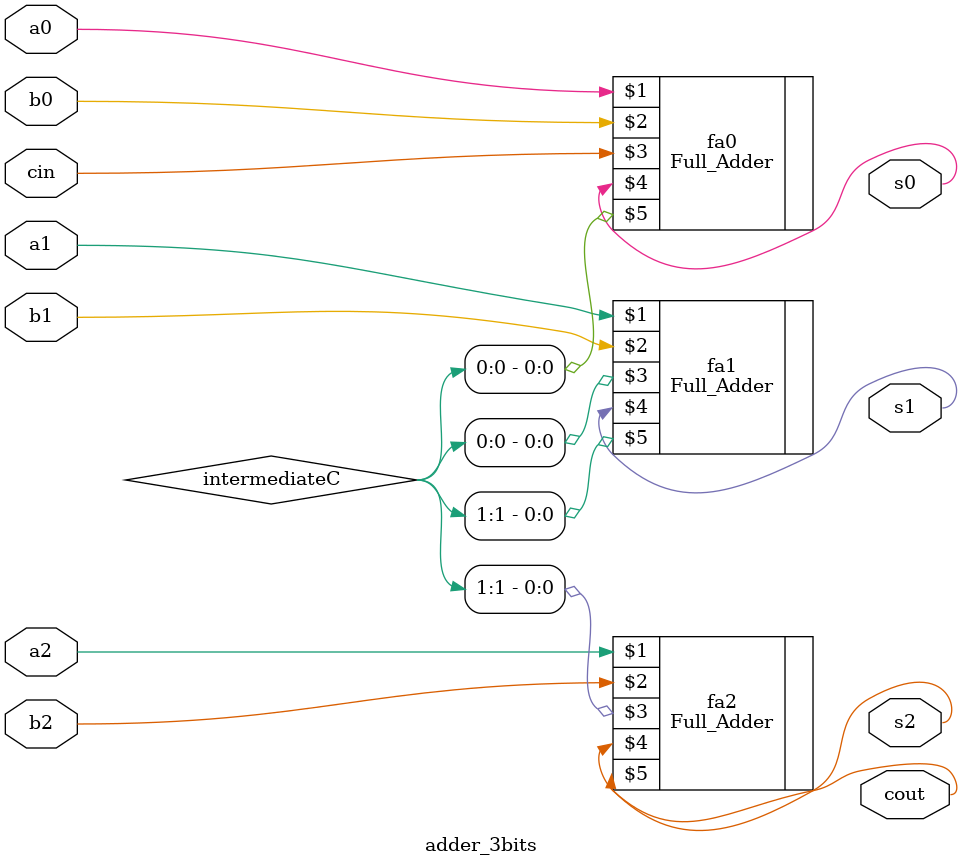
<source format=v>
/* AUTHOR : RONGGUANG OU
CSC 137 PROJECT 1
IMPLEMENT 3-bit CPA Adder
*/

`include "fullAdder.v"

module adder_3bits(a0,b0,a1,b1,a2,b2,s0,s1,s2,cin,cout);
  input a0,b0,a1,b1,a2,b2;
  input cin;

  output cout;
  output s0,s1,s2;

  wire [1:0] intermediateC;

  Full_Adder fa0(a0,b0,cin,s0,intermediateC[0]);
  Full_Adder fa1(a1,b1,intermediateC[0],s1,intermediateC[1]);
  Full_Adder fa2(a2,b2,intermediateC[1],s2,cout);

endmodule
</source>
